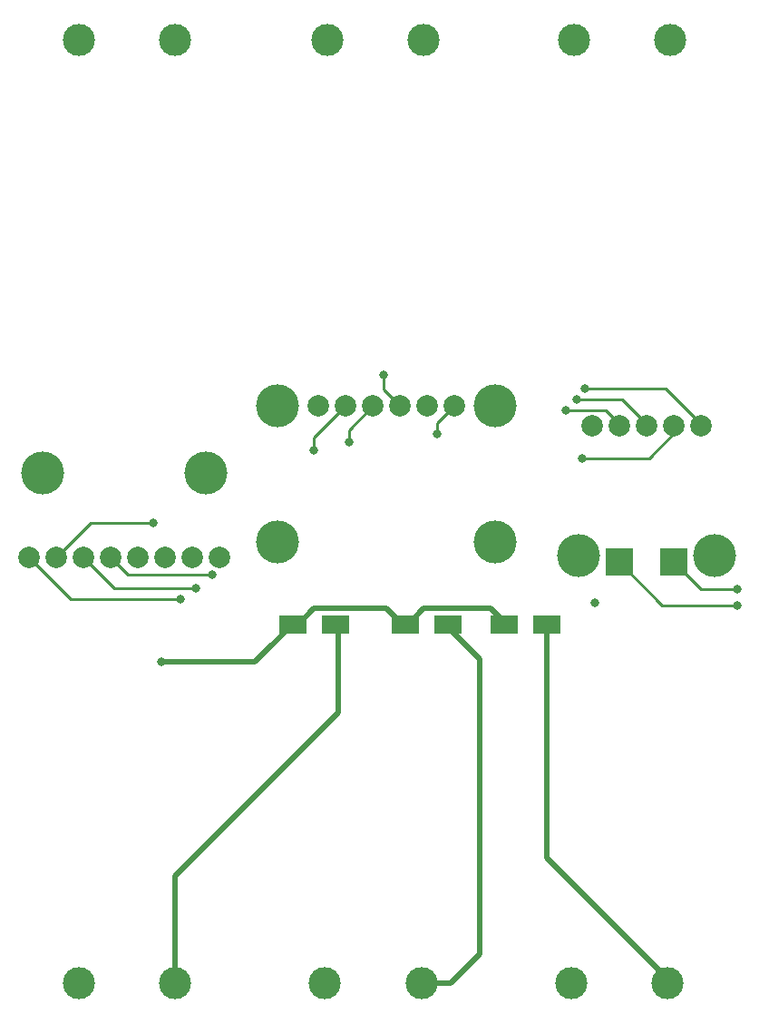
<source format=gbr>
%TF.GenerationSoftware,KiCad,Pcbnew,(5.1.10)-1*%
%TF.CreationDate,2022-05-08T17:12:19-07:00*%
%TF.ProjectId,solar-panel-side-XY,736f6c61-722d-4706-916e-656c2d736964,1.0*%
%TF.SameCoordinates,Original*%
%TF.FileFunction,Copper,L1,Top*%
%TF.FilePolarity,Positive*%
%FSLAX46Y46*%
G04 Gerber Fmt 4.6, Leading zero omitted, Abs format (unit mm)*
G04 Created by KiCad (PCBNEW (5.1.10)-1) date 2022-05-08 17:12:19*
%MOMM*%
%LPD*%
G01*
G04 APERTURE LIST*
%TA.AperFunction,SMDPad,CuDef*%
%ADD10C,4.000000*%
%TD*%
%TA.AperFunction,SMDPad,CuDef*%
%ADD11C,2.000000*%
%TD*%
%TA.AperFunction,SMDPad,CuDef*%
%ADD12R,2.500000X2.500000*%
%TD*%
%TA.AperFunction,ComponentPad*%
%ADD13C,3.000000*%
%TD*%
%TA.AperFunction,SMDPad,CuDef*%
%ADD14R,2.500000X1.700000*%
%TD*%
%TA.AperFunction,ViaPad*%
%ADD15C,0.800000*%
%TD*%
%TA.AperFunction,Conductor*%
%ADD16C,0.250000*%
%TD*%
%TA.AperFunction,Conductor*%
%ADD17C,0.500000*%
%TD*%
G04 APERTURE END LIST*
D10*
%TO.P,U3,9*%
%TO.N,Net-(U3-Pad9)*%
X113630000Y-111126000D03*
%TO.P,U3,10*%
%TO.N,Net-(U3-Pad10)*%
X128870000Y-111126000D03*
D11*
%TO.P,U3,3*%
%TO.N,SCL*%
X117440000Y-119000000D03*
%TO.P,U3,4*%
%TO.N,SDA*%
X119980000Y-119000000D03*
%TO.P,U3,1*%
%TO.N,+3V3*%
X112360000Y-119000000D03*
%TO.P,U3,2*%
%TO.N,GND*%
X114900000Y-119000000D03*
%TO.P,U3,8*%
%TO.N,Net-(U3-Pad8)*%
X130140000Y-119000000D03*
%TO.P,U3,7*%
%TO.N,Net-(U3-Pad7)*%
X127600000Y-119000000D03*
%TO.P,U3,6*%
%TO.N,Net-(U3-Pad6)*%
X125060000Y-119000000D03*
%TO.P,U3,5*%
%TO.N,Net-(U3-Pad5)*%
X122520000Y-119000000D03*
%TD*%
D12*
%TO.P,U2,7*%
%TO.N,Net-(U2-Pad6)*%
X167460000Y-119450000D03*
%TO.P,U2,6*%
X172540000Y-119450000D03*
D10*
%TO.P,U2,9*%
%TO.N,Net-(U2-Pad9)*%
X163650000Y-118815000D03*
%TO.P,U2,8*%
%TO.N,Net-(U2-Pad8)*%
X176350000Y-118815000D03*
D11*
%TO.P,U2,1*%
%TO.N,+3V3*%
X175080000Y-106750000D03*
%TO.P,U2,2*%
%TO.N,GND*%
X172540000Y-106750000D03*
%TO.P,U2,5*%
%TO.N,Net-(U2-Pad5)*%
X164920000Y-106750000D03*
%TO.P,U2,4*%
%TO.N,SDA*%
X167460000Y-106750000D03*
%TO.P,U2,3*%
%TO.N,SCL*%
X170000000Y-106750000D03*
%TD*%
D10*
%TO.P,U1,7*%
%TO.N,Net-(U1-Pad7)*%
X155910000Y-117600000D03*
%TO.P,U1,8*%
%TO.N,Net-(U1-Pad8)*%
X135590000Y-117600000D03*
%TO.P,U1,9*%
%TO.N,Net-(U1-Pad9)*%
X155910000Y-104900000D03*
D11*
%TO.P,U1,2*%
%TO.N,Net-(U1-Pad2)*%
X149560000Y-104900000D03*
%TO.P,U1,3*%
%TO.N,GND*%
X147020000Y-104900000D03*
%TO.P,U1,1*%
%TO.N,+3V3*%
X152100000Y-104900000D03*
%TO.P,U1,6*%
%TO.N,Net-(U1-Pad6)*%
X139400000Y-104900000D03*
%TO.P,U1,5*%
%TO.N,SDA*%
X141940000Y-104900000D03*
%TO.P,U1,4*%
%TO.N,SCL*%
X144480000Y-104900000D03*
D10*
%TO.P,U1,10*%
%TO.N,Net-(U1-Pad10)*%
X135590000Y-104900000D03*
%TD*%
D13*
%TO.P,SC6,2*%
%TO.N,GND*%
X172250000Y-70750000D03*
%TO.P,SC6,1*%
%TO.N,Net-(SC5-Pad2)*%
X163250000Y-70750000D03*
%TD*%
%TO.P,SC5,2*%
%TO.N,Net-(SC5-Pad2)*%
X163000000Y-158750000D03*
%TO.P,SC5,1*%
%TO.N,Net-(D3-Pad2)*%
X172000000Y-158750000D03*
%TD*%
%TO.P,SC4,2*%
%TO.N,GND*%
X149250000Y-70750000D03*
%TO.P,SC4,1*%
%TO.N,Net-(SC3-Pad2)*%
X140250000Y-70750000D03*
%TD*%
%TO.P,SC3,2*%
%TO.N,Net-(SC3-Pad2)*%
X140000000Y-158750000D03*
%TO.P,SC3,1*%
%TO.N,Net-(D2-Pad2)*%
X149000000Y-158750000D03*
%TD*%
%TO.P,SC2,2*%
%TO.N,GND*%
X126000000Y-70750000D03*
%TO.P,SC2,1*%
%TO.N,Net-(SC1-Pad2)*%
X117000000Y-70750000D03*
%TD*%
%TO.P,SC1,2*%
%TO.N,Net-(SC1-Pad2)*%
X117000000Y-158750000D03*
%TO.P,SC1,1*%
%TO.N,Net-(D1-Pad2)*%
X126000000Y-158750000D03*
%TD*%
D14*
%TO.P,D3,2*%
%TO.N,Net-(D3-Pad2)*%
X160750000Y-125250000D03*
%TO.P,D3,1*%
%TO.N,VSOLAR*%
X156750000Y-125250000D03*
%TD*%
%TO.P,D2,2*%
%TO.N,Net-(D2-Pad2)*%
X151500000Y-125250000D03*
%TO.P,D2,1*%
%TO.N,VSOLAR*%
X147500000Y-125250000D03*
%TD*%
%TO.P,D1,2*%
%TO.N,Net-(D1-Pad2)*%
X141000000Y-125250000D03*
%TO.P,D1,1*%
%TO.N,VSOLAR*%
X137000000Y-125250000D03*
%TD*%
D15*
%TO.N,GND*%
X124000000Y-115750000D03*
X164000000Y-109750000D03*
X145500000Y-102000000D03*
%TO.N,+3V3*%
X164250000Y-103250000D03*
X150500000Y-107500000D03*
X126500000Y-122894997D03*
%TO.N,VSOLAR*%
X124750000Y-128750000D03*
%TO.N,SDA*%
X162500000Y-105250000D03*
X139000000Y-109000000D03*
X129500000Y-120644998D03*
%TO.N,SCL*%
X163500000Y-104250000D03*
X142250000Y-108250000D03*
X128000000Y-121894996D03*
%TO.N,Net-(U2-Pad6)*%
X165250000Y-123250000D03*
X178500000Y-122000000D03*
X178500000Y-123500000D03*
%TD*%
D16*
%TO.N,GND*%
X164000000Y-109750000D02*
X164000000Y-109750000D01*
X145500000Y-102000000D02*
X145500000Y-102000000D01*
X145500000Y-102130000D02*
X145500000Y-102000000D01*
X170290000Y-109750000D02*
X164000000Y-109750000D01*
X173040000Y-107000000D02*
X170290000Y-109750000D01*
X118150000Y-115750000D02*
X124000000Y-115750000D01*
X114900000Y-119000000D02*
X118150000Y-115750000D01*
X145500000Y-103380000D02*
X145500000Y-102000000D01*
X147020000Y-104900000D02*
X145500000Y-103380000D01*
%TO.N,+3V3*%
X150500000Y-107500000D02*
X150500000Y-107500000D01*
X171830000Y-103250000D02*
X175580000Y-107000000D01*
X164250000Y-103250000D02*
X171830000Y-103250000D01*
X116254997Y-122894997D02*
X112360000Y-119000000D01*
X126355003Y-122894997D02*
X116254997Y-122894997D01*
X150500000Y-106500000D02*
X152100000Y-104900000D01*
X150500000Y-107500000D02*
X150500000Y-106500000D01*
D17*
%TO.N,VSOLAR*%
X137250000Y-125500000D02*
X136250000Y-125500000D01*
X139000000Y-123750000D02*
X137250000Y-125500000D01*
X145750000Y-123750000D02*
X139000000Y-123750000D01*
X147500000Y-125500000D02*
X145750000Y-123750000D01*
X156750000Y-125500000D02*
X156750000Y-125000000D01*
X156750000Y-125000000D02*
X155500000Y-123750000D01*
X149250000Y-123750000D02*
X147500000Y-125500000D01*
X155500000Y-123750000D02*
X149250000Y-123750000D01*
X134500000Y-127750000D02*
X137000000Y-125250000D01*
X133500000Y-128750000D02*
X134500000Y-127750000D01*
X124750000Y-128750000D02*
X133500000Y-128750000D01*
%TO.N,Net-(D1-Pad2)*%
X126000000Y-148750000D02*
X126000000Y-158750000D01*
X141250000Y-133500000D02*
X126000000Y-148750000D01*
X141250000Y-125500000D02*
X141250000Y-133500000D01*
%TO.N,Net-(D2-Pad2)*%
X154500000Y-128500000D02*
X151500000Y-125500000D01*
X154500000Y-156000000D02*
X154500000Y-128500000D01*
X151750000Y-158750000D02*
X154500000Y-156000000D01*
X149000000Y-158750000D02*
X151750000Y-158750000D01*
D16*
%TO.N,SDA*%
X139000000Y-109000000D02*
X139000000Y-109000000D01*
X166210000Y-105250000D02*
X167960000Y-107000000D01*
X162500000Y-105250000D02*
X166210000Y-105250000D01*
X121624998Y-120644998D02*
X119980000Y-119000000D01*
X139000000Y-107840000D02*
X141940000Y-104900000D01*
X139000000Y-109000000D02*
X139000000Y-107840000D01*
X121624998Y-120644998D02*
X129500000Y-120644998D01*
%TO.N,SCL*%
X142250000Y-108250000D02*
X142250000Y-108250000D01*
X167750000Y-104250000D02*
X170500000Y-107000000D01*
X163500000Y-104250000D02*
X167750000Y-104250000D01*
X120334996Y-121894996D02*
X117440000Y-119000000D01*
X142250000Y-107130000D02*
X144480000Y-104900000D01*
X142250000Y-108250000D02*
X142250000Y-107130000D01*
X120334996Y-121894996D02*
X128000000Y-121894996D01*
%TO.N,Net-(U2-Pad6)*%
X178500000Y-123500000D02*
X178500000Y-123500000D01*
X175090000Y-122000000D02*
X178500000Y-122000000D01*
X172540000Y-119450000D02*
X175090000Y-122000000D01*
X171510000Y-123500000D02*
X178500000Y-123500000D01*
X167460000Y-119450000D02*
X171510000Y-123500000D01*
D17*
%TO.N,Net-(D3-Pad2)*%
X160750000Y-147000000D02*
X172000000Y-158250000D01*
X160750000Y-125500000D02*
X160750000Y-147000000D01*
%TD*%
M02*

</source>
